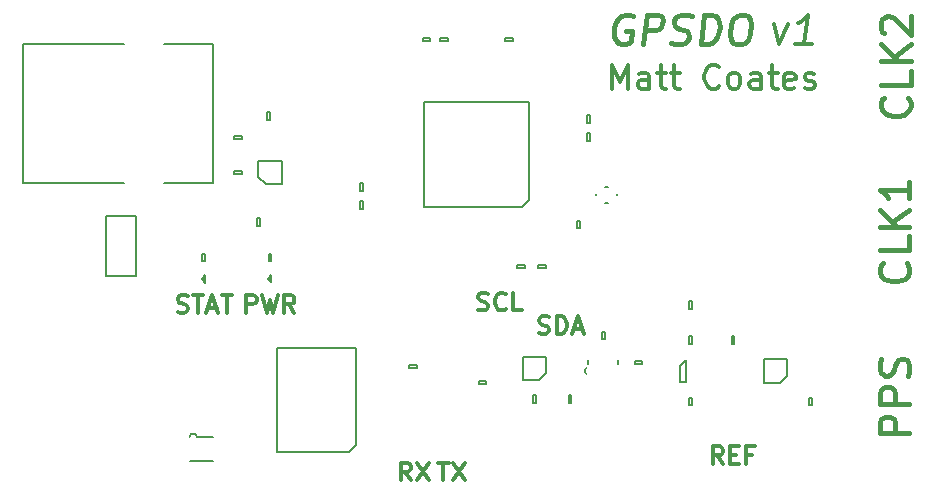
<source format=gto>
G04 #@! TF.GenerationSoftware,KiCad,Pcbnew,5.0.0-rc2-unknown-68f6e3a~65~ubuntu16.04.1*
G04 #@! TF.CreationDate,2018-06-12T13:32:27+01:00*
G04 #@! TF.ProjectId,gpsdo,677073646F2E6B696361645F70636200,rev?*
G04 #@! TF.SameCoordinates,Original*
G04 #@! TF.FileFunction,Legend,Top*
G04 #@! TF.FilePolarity,Positive*
%FSLAX46Y46*%
G04 Gerber Fmt 4.6, Leading zero omitted, Abs format (unit mm)*
G04 Created by KiCad (PCBNEW 5.0.0-rc2-unknown-68f6e3a~65~ubuntu16.04.1) date Tue Jun 12 13:32:27 2018*
%MOMM*%
%LPD*%
G01*
G04 APERTURE LIST*
%ADD10C,0.300000*%
%ADD11C,0.350000*%
%ADD12C,0.450000*%
%ADD13C,0.400000*%
%ADD14C,0.150000*%
%ADD15R,1.500000X0.300000*%
%ADD16R,0.300000X1.500000*%
%ADD17R,0.900000X0.750000*%
%ADD18R,0.620000X0.620000*%
%ADD19R,0.750000X0.900000*%
%ADD20R,1.000000X0.950000*%
%ADD21R,0.520000X0.520000*%
%ADD22R,0.950000X1.000000*%
%ADD23R,1.450000X0.450000*%
%ADD24R,1.100000X0.600000*%
%ADD25R,1.450000X0.300000*%
%ADD26R,1.800000X0.700000*%
%ADD27R,0.450000X1.450000*%
%ADD28R,0.470000X0.400000*%
%ADD29R,0.952000X1.702000*%
%ADD30C,0.787000*%
%ADD31C,1.000000*%
%ADD32R,5.000000X2.400000*%
%ADD33R,5.000000X2.300000*%
%ADD34C,1.500000*%
%ADD35C,3.200000*%
%ADD36R,0.950000X0.850000*%
%ADD37R,0.800000X1.000000*%
%ADD38R,1.900000X1.900000*%
%ADD39C,1.900000*%
G04 APERTURE END LIST*
D10*
X139778571Y-133607142D02*
X139992857Y-133678571D01*
X140350000Y-133678571D01*
X140492857Y-133607142D01*
X140564285Y-133535714D01*
X140635714Y-133392857D01*
X140635714Y-133250000D01*
X140564285Y-133107142D01*
X140492857Y-133035714D01*
X140350000Y-132964285D01*
X140064285Y-132892857D01*
X139921428Y-132821428D01*
X139850000Y-132750000D01*
X139778571Y-132607142D01*
X139778571Y-132464285D01*
X139850000Y-132321428D01*
X139921428Y-132250000D01*
X140064285Y-132178571D01*
X140421428Y-132178571D01*
X140635714Y-132250000D01*
X141278571Y-133678571D02*
X141278571Y-132178571D01*
X141635714Y-132178571D01*
X141850000Y-132250000D01*
X141992857Y-132392857D01*
X142064285Y-132535714D01*
X142135714Y-132821428D01*
X142135714Y-133035714D01*
X142064285Y-133321428D01*
X141992857Y-133464285D01*
X141850000Y-133607142D01*
X141635714Y-133678571D01*
X141278571Y-133678571D01*
X142707142Y-133250000D02*
X143421428Y-133250000D01*
X142564285Y-133678571D02*
X143064285Y-132178571D01*
X143564285Y-133678571D01*
X134614285Y-131607142D02*
X134828571Y-131678571D01*
X135185714Y-131678571D01*
X135328571Y-131607142D01*
X135400000Y-131535714D01*
X135471428Y-131392857D01*
X135471428Y-131250000D01*
X135400000Y-131107142D01*
X135328571Y-131035714D01*
X135185714Y-130964285D01*
X134900000Y-130892857D01*
X134757142Y-130821428D01*
X134685714Y-130750000D01*
X134614285Y-130607142D01*
X134614285Y-130464285D01*
X134685714Y-130321428D01*
X134757142Y-130250000D01*
X134900000Y-130178571D01*
X135257142Y-130178571D01*
X135471428Y-130250000D01*
X136971428Y-131535714D02*
X136900000Y-131607142D01*
X136685714Y-131678571D01*
X136542857Y-131678571D01*
X136328571Y-131607142D01*
X136185714Y-131464285D01*
X136114285Y-131321428D01*
X136042857Y-131035714D01*
X136042857Y-130821428D01*
X136114285Y-130535714D01*
X136185714Y-130392857D01*
X136328571Y-130250000D01*
X136542857Y-130178571D01*
X136685714Y-130178571D01*
X136900000Y-130250000D01*
X136971428Y-130321428D01*
X138328571Y-131678571D02*
X137614285Y-131678571D01*
X137614285Y-130178571D01*
X155342857Y-144678571D02*
X154842857Y-143964285D01*
X154485714Y-144678571D02*
X154485714Y-143178571D01*
X155057142Y-143178571D01*
X155200000Y-143250000D01*
X155271428Y-143321428D01*
X155342857Y-143464285D01*
X155342857Y-143678571D01*
X155271428Y-143821428D01*
X155200000Y-143892857D01*
X155057142Y-143964285D01*
X154485714Y-143964285D01*
X155985714Y-143892857D02*
X156485714Y-143892857D01*
X156700000Y-144678571D02*
X155985714Y-144678571D01*
X155985714Y-143178571D01*
X156700000Y-143178571D01*
X157842857Y-143892857D02*
X157342857Y-143892857D01*
X157342857Y-144678571D02*
X157342857Y-143178571D01*
X158057142Y-143178571D01*
X131257142Y-144578571D02*
X132114285Y-144578571D01*
X131685714Y-146078571D02*
X131685714Y-144578571D01*
X132471428Y-144578571D02*
X133471428Y-146078571D01*
X133471428Y-144578571D02*
X132471428Y-146078571D01*
X128950000Y-146078571D02*
X128450000Y-145364285D01*
X128092857Y-146078571D02*
X128092857Y-144578571D01*
X128664285Y-144578571D01*
X128807142Y-144650000D01*
X128878571Y-144721428D01*
X128950000Y-144864285D01*
X128950000Y-145078571D01*
X128878571Y-145221428D01*
X128807142Y-145292857D01*
X128664285Y-145364285D01*
X128092857Y-145364285D01*
X129450000Y-144578571D02*
X130450000Y-146078571D01*
X130450000Y-144578571D02*
X129450000Y-146078571D01*
X109185714Y-131807142D02*
X109400000Y-131878571D01*
X109757142Y-131878571D01*
X109900000Y-131807142D01*
X109971428Y-131735714D01*
X110042857Y-131592857D01*
X110042857Y-131450000D01*
X109971428Y-131307142D01*
X109900000Y-131235714D01*
X109757142Y-131164285D01*
X109471428Y-131092857D01*
X109328571Y-131021428D01*
X109257142Y-130950000D01*
X109185714Y-130807142D01*
X109185714Y-130664285D01*
X109257142Y-130521428D01*
X109328571Y-130450000D01*
X109471428Y-130378571D01*
X109828571Y-130378571D01*
X110042857Y-130450000D01*
X110471428Y-130378571D02*
X111328571Y-130378571D01*
X110900000Y-131878571D02*
X110900000Y-130378571D01*
X111757142Y-131450000D02*
X112471428Y-131450000D01*
X111614285Y-131878571D02*
X112114285Y-130378571D01*
X112614285Y-131878571D01*
X112900000Y-130378571D02*
X113757142Y-130378571D01*
X113328571Y-131878571D02*
X113328571Y-130378571D01*
X115000000Y-131878571D02*
X115000000Y-130378571D01*
X115571428Y-130378571D01*
X115714285Y-130450000D01*
X115785714Y-130521428D01*
X115857142Y-130664285D01*
X115857142Y-130878571D01*
X115785714Y-131021428D01*
X115714285Y-131092857D01*
X115571428Y-131164285D01*
X115000000Y-131164285D01*
X116357142Y-130378571D02*
X116714285Y-131878571D01*
X117000000Y-130807142D01*
X117285714Y-131878571D01*
X117642857Y-130378571D01*
X119071428Y-131878571D02*
X118571428Y-131164285D01*
X118214285Y-131878571D02*
X118214285Y-130378571D01*
X118785714Y-130378571D01*
X118928571Y-130450000D01*
X119000000Y-130521428D01*
X119071428Y-130664285D01*
X119071428Y-130878571D01*
X119000000Y-131021428D01*
X118928571Y-131092857D01*
X118785714Y-131164285D01*
X118214285Y-131164285D01*
D11*
X159674687Y-107464285D02*
X160061592Y-109130952D01*
X160865163Y-107464285D01*
X162918735Y-109130952D02*
X161490163Y-109130952D01*
X162204449Y-109130952D02*
X162516949Y-106630952D01*
X162234211Y-106988095D01*
X161966354Y-107226190D01*
X161713377Y-107345238D01*
X145976190Y-112904761D02*
X145976190Y-110904761D01*
X146642857Y-112333333D01*
X147309523Y-110904761D01*
X147309523Y-112904761D01*
X149119047Y-112904761D02*
X149119047Y-111857142D01*
X149023809Y-111666666D01*
X148833333Y-111571428D01*
X148452380Y-111571428D01*
X148261904Y-111666666D01*
X149119047Y-112809523D02*
X148928571Y-112904761D01*
X148452380Y-112904761D01*
X148261904Y-112809523D01*
X148166666Y-112619047D01*
X148166666Y-112428571D01*
X148261904Y-112238095D01*
X148452380Y-112142857D01*
X148928571Y-112142857D01*
X149119047Y-112047619D01*
X149785714Y-111571428D02*
X150547619Y-111571428D01*
X150071428Y-110904761D02*
X150071428Y-112619047D01*
X150166666Y-112809523D01*
X150357142Y-112904761D01*
X150547619Y-112904761D01*
X150928571Y-111571428D02*
X151690476Y-111571428D01*
X151214285Y-110904761D02*
X151214285Y-112619047D01*
X151309523Y-112809523D01*
X151500000Y-112904761D01*
X151690476Y-112904761D01*
X155023809Y-112714285D02*
X154928571Y-112809523D01*
X154642857Y-112904761D01*
X154452380Y-112904761D01*
X154166666Y-112809523D01*
X153976190Y-112619047D01*
X153880952Y-112428571D01*
X153785714Y-112047619D01*
X153785714Y-111761904D01*
X153880952Y-111380952D01*
X153976190Y-111190476D01*
X154166666Y-111000000D01*
X154452380Y-110904761D01*
X154642857Y-110904761D01*
X154928571Y-111000000D01*
X155023809Y-111095238D01*
X156166666Y-112904761D02*
X155976190Y-112809523D01*
X155880952Y-112714285D01*
X155785714Y-112523809D01*
X155785714Y-111952380D01*
X155880952Y-111761904D01*
X155976190Y-111666666D01*
X156166666Y-111571428D01*
X156452380Y-111571428D01*
X156642857Y-111666666D01*
X156738095Y-111761904D01*
X156833333Y-111952380D01*
X156833333Y-112523809D01*
X156738095Y-112714285D01*
X156642857Y-112809523D01*
X156452380Y-112904761D01*
X156166666Y-112904761D01*
X158547619Y-112904761D02*
X158547619Y-111857142D01*
X158452380Y-111666666D01*
X158261904Y-111571428D01*
X157880952Y-111571428D01*
X157690476Y-111666666D01*
X158547619Y-112809523D02*
X158357142Y-112904761D01*
X157880952Y-112904761D01*
X157690476Y-112809523D01*
X157595238Y-112619047D01*
X157595238Y-112428571D01*
X157690476Y-112238095D01*
X157880952Y-112142857D01*
X158357142Y-112142857D01*
X158547619Y-112047619D01*
X159214285Y-111571428D02*
X159976190Y-111571428D01*
X159500000Y-110904761D02*
X159500000Y-112619047D01*
X159595238Y-112809523D01*
X159785714Y-112904761D01*
X159976190Y-112904761D01*
X161404761Y-112809523D02*
X161214285Y-112904761D01*
X160833333Y-112904761D01*
X160642857Y-112809523D01*
X160547619Y-112619047D01*
X160547619Y-111857142D01*
X160642857Y-111666666D01*
X160833333Y-111571428D01*
X161214285Y-111571428D01*
X161404761Y-111666666D01*
X161500000Y-111857142D01*
X161500000Y-112047619D01*
X160547619Y-112238095D01*
X162261904Y-112809523D02*
X162452380Y-112904761D01*
X162833333Y-112904761D01*
X163023809Y-112809523D01*
X163119047Y-112619047D01*
X163119047Y-112523809D01*
X163023809Y-112333333D01*
X162833333Y-112238095D01*
X162547619Y-112238095D01*
X162357142Y-112142857D01*
X162261904Y-111952380D01*
X162261904Y-111857142D01*
X162357142Y-111666666D01*
X162547619Y-111571428D01*
X162833333Y-111571428D01*
X163023809Y-111666666D01*
D12*
X147696324Y-106750000D02*
X147473110Y-106630952D01*
X147115967Y-106630952D01*
X146743943Y-106750000D01*
X146476086Y-106988095D01*
X146327276Y-107226190D01*
X146148705Y-107702380D01*
X146104062Y-108059523D01*
X146163586Y-108535714D01*
X146252872Y-108773809D01*
X146461205Y-109011904D01*
X146803467Y-109130952D01*
X147041562Y-109130952D01*
X147413586Y-109011904D01*
X147547514Y-108892857D01*
X147651681Y-108059523D01*
X147175491Y-108059523D01*
X148589181Y-109130952D02*
X148901681Y-106630952D01*
X149854062Y-106630952D01*
X150077276Y-106750000D01*
X150181443Y-106869047D01*
X150270729Y-107107142D01*
X150226086Y-107464285D01*
X150077276Y-107702380D01*
X149943348Y-107821428D01*
X149690372Y-107940476D01*
X148737991Y-107940476D01*
X150985014Y-109011904D02*
X151327276Y-109130952D01*
X151922514Y-109130952D01*
X152175491Y-109011904D01*
X152309419Y-108892857D01*
X152458229Y-108654761D01*
X152487991Y-108416666D01*
X152398705Y-108178571D01*
X152294538Y-108059523D01*
X152071324Y-107940476D01*
X151610014Y-107821428D01*
X151386800Y-107702380D01*
X151282633Y-107583333D01*
X151193348Y-107345238D01*
X151223110Y-107107142D01*
X151371919Y-106869047D01*
X151505848Y-106750000D01*
X151758824Y-106630952D01*
X152354062Y-106630952D01*
X152696324Y-106750000D01*
X153470133Y-109130952D02*
X153782633Y-106630952D01*
X154377872Y-106630952D01*
X154720133Y-106750000D01*
X154928467Y-106988095D01*
X155017752Y-107226190D01*
X155077276Y-107702380D01*
X155032633Y-108059523D01*
X154854062Y-108535714D01*
X154705252Y-108773809D01*
X154437395Y-109011904D01*
X154065372Y-109130952D01*
X153470133Y-109130952D01*
X156758824Y-106630952D02*
X157235014Y-106630952D01*
X157458229Y-106750000D01*
X157666562Y-106988095D01*
X157726086Y-107464285D01*
X157621919Y-108297619D01*
X157443348Y-108773809D01*
X157175491Y-109011904D01*
X156922514Y-109130952D01*
X156446324Y-109130952D01*
X156223110Y-109011904D01*
X156014776Y-108773809D01*
X155955252Y-108297619D01*
X156059419Y-107464285D01*
X156237991Y-106988095D01*
X156505848Y-106750000D01*
X156758824Y-106630952D01*
D13*
X171130952Y-142095238D02*
X168630952Y-142095238D01*
X168630952Y-141142857D01*
X168750000Y-140904761D01*
X168869047Y-140785714D01*
X169107142Y-140666666D01*
X169464285Y-140666666D01*
X169702380Y-140785714D01*
X169821428Y-140904761D01*
X169940476Y-141142857D01*
X169940476Y-142095238D01*
X171130952Y-139595238D02*
X168630952Y-139595238D01*
X168630952Y-138642857D01*
X168750000Y-138404761D01*
X168869047Y-138285714D01*
X169107142Y-138166666D01*
X169464285Y-138166666D01*
X169702380Y-138285714D01*
X169821428Y-138404761D01*
X169940476Y-138642857D01*
X169940476Y-139595238D01*
X171011904Y-137214285D02*
X171130952Y-136857142D01*
X171130952Y-136261904D01*
X171011904Y-136023809D01*
X170892857Y-135904761D01*
X170654761Y-135785714D01*
X170416666Y-135785714D01*
X170178571Y-135904761D01*
X170059523Y-136023809D01*
X169940476Y-136261904D01*
X169821428Y-136738095D01*
X169702380Y-136976190D01*
X169583333Y-137095238D01*
X169345238Y-137214285D01*
X169107142Y-137214285D01*
X168869047Y-137095238D01*
X168750000Y-136976190D01*
X168630952Y-136738095D01*
X168630952Y-136142857D01*
X168750000Y-135785714D01*
X170892857Y-127678571D02*
X171011904Y-127797619D01*
X171130952Y-128154761D01*
X171130952Y-128392857D01*
X171011904Y-128750000D01*
X170773809Y-128988095D01*
X170535714Y-129107142D01*
X170059523Y-129226190D01*
X169702380Y-129226190D01*
X169226190Y-129107142D01*
X168988095Y-128988095D01*
X168750000Y-128750000D01*
X168630952Y-128392857D01*
X168630952Y-128154761D01*
X168750000Y-127797619D01*
X168869047Y-127678571D01*
X171130952Y-125416666D02*
X171130952Y-126607142D01*
X168630952Y-126607142D01*
X171130952Y-124583333D02*
X168630952Y-124583333D01*
X171130952Y-123154761D02*
X169702380Y-124226190D01*
X168630952Y-123154761D02*
X170059523Y-124583333D01*
X171130952Y-120773809D02*
X171130952Y-122202380D01*
X171130952Y-121488095D02*
X168630952Y-121488095D01*
X168988095Y-121726190D01*
X169226190Y-121964285D01*
X169345238Y-122202380D01*
X170992857Y-113678571D02*
X171111904Y-113797619D01*
X171230952Y-114154761D01*
X171230952Y-114392857D01*
X171111904Y-114750000D01*
X170873809Y-114988095D01*
X170635714Y-115107142D01*
X170159523Y-115226190D01*
X169802380Y-115226190D01*
X169326190Y-115107142D01*
X169088095Y-114988095D01*
X168850000Y-114750000D01*
X168730952Y-114392857D01*
X168730952Y-114154761D01*
X168850000Y-113797619D01*
X168969047Y-113678571D01*
X171230952Y-111416666D02*
X171230952Y-112607142D01*
X168730952Y-112607142D01*
X171230952Y-110583333D02*
X168730952Y-110583333D01*
X171230952Y-109154761D02*
X169802380Y-110226190D01*
X168730952Y-109154761D02*
X170159523Y-110583333D01*
X168969047Y-108202380D02*
X168850000Y-108083333D01*
X168730952Y-107845238D01*
X168730952Y-107250000D01*
X168850000Y-107011904D01*
X168969047Y-106892857D01*
X169207142Y-106773809D01*
X169445238Y-106773809D01*
X169802380Y-106892857D01*
X171230952Y-108321428D01*
X171230952Y-106773809D01*
D14*
G04 #@! TO.C,IC2*
X138350000Y-122950000D02*
X130050000Y-122950000D01*
X130050000Y-122950000D02*
X130050000Y-114050000D01*
X130050000Y-114050000D02*
X138950000Y-114050000D01*
X138950000Y-114050000D02*
X138950000Y-122350000D01*
X138950000Y-122350000D02*
X138350000Y-122950000D01*
G04 #@! TO.C,C1*
X135325000Y-137675000D02*
X135325000Y-137925000D01*
X135325000Y-137925000D02*
X134675000Y-137925000D01*
X134675000Y-137925000D02*
X134675000Y-137675000D01*
X134675000Y-137675000D02*
X135325000Y-137675000D01*
G04 #@! TO.C,C4*
X138575000Y-128075000D02*
X137925000Y-128075000D01*
X138575000Y-127825000D02*
X138575000Y-128075000D01*
X137925000Y-127825000D02*
X138575000Y-127825000D01*
X137925000Y-128075000D02*
X137925000Y-127825000D01*
G04 #@! TO.C,C6*
X143225000Y-124725000D02*
X142975000Y-124725000D01*
X142975000Y-124725000D02*
X142975000Y-124075000D01*
X142975000Y-124075000D02*
X143225000Y-124075000D01*
X143225000Y-124075000D02*
X143225000Y-124725000D01*
G04 #@! TO.C,C7*
X131425000Y-108625000D02*
X132075000Y-108625000D01*
X131425000Y-108875000D02*
X131425000Y-108625000D01*
X132075000Y-108875000D02*
X131425000Y-108875000D01*
X132075000Y-108625000D02*
X132075000Y-108875000D01*
G04 #@! TO.C,C8*
X124875000Y-121575000D02*
X124625000Y-121575000D01*
X124625000Y-121575000D02*
X124625000Y-120925000D01*
X124625000Y-120925000D02*
X124875000Y-120925000D01*
X124875000Y-120925000D02*
X124875000Y-121575000D01*
G04 #@! TO.C,C9*
X144125000Y-116675000D02*
X144125000Y-117325000D01*
X143875000Y-116675000D02*
X144125000Y-116675000D01*
X143875000Y-117325000D02*
X143875000Y-116675000D01*
X144125000Y-117325000D02*
X143875000Y-117325000D01*
G04 #@! TO.C,C10*
X139525000Y-138875000D02*
X139525000Y-139525000D01*
X139275000Y-138875000D02*
X139525000Y-138875000D01*
X139275000Y-139525000D02*
X139275000Y-138875000D01*
X139525000Y-139525000D02*
X139275000Y-139525000D01*
G04 #@! TO.C,C11*
X136925000Y-108625000D02*
X137575000Y-108625000D01*
X136925000Y-108875000D02*
X136925000Y-108625000D01*
X137575000Y-108875000D02*
X136925000Y-108875000D01*
X137575000Y-108625000D02*
X137575000Y-108875000D01*
G04 #@! TO.C,C12*
X142275000Y-138875000D02*
X142525000Y-138875000D01*
X142525000Y-138875000D02*
X142525000Y-139525000D01*
X142525000Y-139525000D02*
X142275000Y-139525000D01*
X142275000Y-139525000D02*
X142275000Y-138875000D01*
G04 #@! TO.C,C13*
X130575000Y-108625000D02*
X130575000Y-108875000D01*
X130575000Y-108875000D02*
X129925000Y-108875000D01*
X129925000Y-108875000D02*
X129925000Y-108625000D01*
X129925000Y-108625000D02*
X130575000Y-108625000D01*
G04 #@! TO.C,C14*
X145325000Y-133475000D02*
X145325000Y-134125000D01*
X145075000Y-133475000D02*
X145325000Y-133475000D01*
X145075000Y-134125000D02*
X145075000Y-133475000D01*
X145325000Y-134125000D02*
X145075000Y-134125000D01*
G04 #@! TO.C,C15*
X124625000Y-122425000D02*
X124875000Y-122425000D01*
X124875000Y-122425000D02*
X124875000Y-123075000D01*
X124875000Y-123075000D02*
X124625000Y-123075000D01*
X124625000Y-123075000D02*
X124625000Y-122425000D01*
G04 #@! TO.C,C16*
X139675000Y-128125000D02*
X139675000Y-127875000D01*
X139675000Y-127875000D02*
X140325000Y-127875000D01*
X140325000Y-127875000D02*
X140325000Y-128125000D01*
X140325000Y-128125000D02*
X139675000Y-128125000D01*
G04 #@! TO.C,C17*
X143875000Y-115825000D02*
X143875000Y-115175000D01*
X144125000Y-115825000D02*
X143875000Y-115825000D01*
X144125000Y-115175000D02*
X144125000Y-115825000D01*
X143875000Y-115175000D02*
X144125000Y-115175000D01*
G04 #@! TO.C,C18*
X152475000Y-134525000D02*
X152475000Y-133875000D01*
X152725000Y-134525000D02*
X152475000Y-134525000D01*
X152725000Y-133875000D02*
X152725000Y-134525000D01*
X152475000Y-133875000D02*
X152725000Y-133875000D01*
G04 #@! TO.C,C19*
X147875000Y-136225000D02*
X147875000Y-135975000D01*
X147875000Y-135975000D02*
X148525000Y-135975000D01*
X148525000Y-135975000D02*
X148525000Y-136225000D01*
X148525000Y-136225000D02*
X147875000Y-136225000D01*
G04 #@! TO.C,C20*
X162925000Y-139075000D02*
X162925000Y-139725000D01*
X162675000Y-139075000D02*
X162925000Y-139075000D01*
X162675000Y-139725000D02*
X162675000Y-139075000D01*
X162925000Y-139725000D02*
X162675000Y-139725000D01*
G04 #@! TO.C,C21*
X129425000Y-136275000D02*
X129425000Y-136525000D01*
X129425000Y-136525000D02*
X128775000Y-136525000D01*
X128775000Y-136525000D02*
X128775000Y-136275000D01*
X128775000Y-136275000D02*
X129425000Y-136275000D01*
G04 #@! TO.C,C23*
X113975000Y-117175000D02*
X113975000Y-116925000D01*
X113975000Y-116925000D02*
X114625000Y-116925000D01*
X114625000Y-116925000D02*
X114625000Y-117175000D01*
X114625000Y-117175000D02*
X113975000Y-117175000D01*
G04 #@! TO.C,C24*
X114625000Y-120125000D02*
X113975000Y-120125000D01*
X114625000Y-119875000D02*
X114625000Y-120125000D01*
X113975000Y-119875000D02*
X114625000Y-119875000D01*
X113975000Y-120125000D02*
X113975000Y-119875000D01*
G04 #@! TO.C,C25*
X116125000Y-124525000D02*
X115875000Y-124525000D01*
X115875000Y-124525000D02*
X115875000Y-123875000D01*
X115875000Y-123875000D02*
X116125000Y-123875000D01*
X116125000Y-123875000D02*
X116125000Y-124525000D01*
G04 #@! TO.C,D5*
X111275000Y-129000000D02*
X111525000Y-128675000D01*
X111275000Y-129000000D02*
X111525000Y-129325000D01*
X111525000Y-128675000D02*
X111525000Y-129325000D01*
G04 #@! TO.C,D6*
X117067500Y-128667143D02*
X117067500Y-129317143D01*
X116817500Y-128992143D02*
X117067500Y-129317143D01*
X116817500Y-128992143D02*
X117067500Y-128667143D01*
G04 #@! TO.C,IC1*
X140375000Y-136975000D02*
X139775000Y-137575000D01*
X140375000Y-135625000D02*
X140375000Y-136975000D01*
X138425000Y-135625000D02*
X140375000Y-135625000D01*
X138425000Y-137575000D02*
X138425000Y-135625000D01*
X139775000Y-137575000D02*
X138425000Y-137575000D01*
G04 #@! TO.C,IC3*
X152250000Y-135850000D02*
X152250000Y-135850000D01*
X152250000Y-135850000D02*
X152250000Y-137750000D01*
X152250000Y-137750000D02*
X151750000Y-137750000D01*
X151750000Y-137750000D02*
X151750000Y-136350000D01*
X151750000Y-136350000D02*
X152250000Y-135850000D01*
G04 #@! TO.C,IC4*
X160175000Y-137800000D02*
X158825000Y-137800000D01*
X158825000Y-137800000D02*
X158825000Y-135800000D01*
X158825000Y-135800000D02*
X160775000Y-135800000D01*
X160775000Y-135800000D02*
X160775000Y-137200000D01*
X160775000Y-137200000D02*
X160175000Y-137800000D01*
G04 #@! TO.C,IC5*
X123650000Y-143700000D02*
X117550000Y-143700000D01*
X117550000Y-143700000D02*
X117550000Y-134900000D01*
X117550000Y-134900000D02*
X124250000Y-134900000D01*
X124250000Y-134900000D02*
X124250000Y-143100000D01*
X124250000Y-143100000D02*
X123650000Y-143700000D01*
G04 #@! TO.C,IC6*
X116025000Y-120375000D02*
X116025000Y-119025000D01*
X116025000Y-119025000D02*
X117975000Y-119025000D01*
X117975000Y-119025000D02*
X117975000Y-120975000D01*
X117975000Y-120975000D02*
X116625000Y-120975000D01*
X116625000Y-120975000D02*
X116025000Y-120375000D01*
G04 #@! TO.C,IC7*
X110800000Y-142400000D02*
X112200000Y-142400000D01*
X110200000Y-144400000D02*
X112200000Y-144400000D01*
X110800000Y-142400000D02*
G75*
G03X110200000Y-142400000I-300000J0D01*
G01*
G04 #@! TO.C,P6*
X112200000Y-109100000D02*
X108000000Y-109100000D01*
X108000000Y-109100000D02*
X108000000Y-109100000D01*
X104600000Y-109100000D02*
X96100000Y-109100000D01*
X96100000Y-109100000D02*
X96100000Y-120900000D01*
X96100000Y-120900000D02*
X104600000Y-120900000D01*
X104600000Y-120900000D02*
X104600000Y-120900000D01*
X108000000Y-120900000D02*
X112200000Y-120900000D01*
X112200000Y-120900000D02*
X112200000Y-109100000D01*
X112200000Y-109100000D02*
X112200000Y-109100000D01*
G04 #@! TO.C,R2*
X152475000Y-130875000D02*
X152725000Y-130875000D01*
X152725000Y-130875000D02*
X152725000Y-131525000D01*
X152725000Y-131525000D02*
X152475000Y-131525000D01*
X152475000Y-131525000D02*
X152475000Y-130875000D01*
G04 #@! TO.C,R3*
X152725000Y-139725000D02*
X152475000Y-139725000D01*
X152475000Y-139725000D02*
X152475000Y-139075000D01*
X152475000Y-139075000D02*
X152725000Y-139075000D01*
X152725000Y-139075000D02*
X152725000Y-139725000D01*
G04 #@! TO.C,R4*
X156325000Y-133875000D02*
X156325000Y-134525000D01*
X156075000Y-133875000D02*
X156325000Y-133875000D01*
X156075000Y-134525000D02*
X156075000Y-133875000D01*
X156325000Y-134525000D02*
X156075000Y-134525000D01*
G04 #@! TO.C,R7*
X111275000Y-127525000D02*
X111275000Y-126875000D01*
X111525000Y-127525000D02*
X111275000Y-127525000D01*
X111525000Y-126875000D02*
X111525000Y-127525000D01*
X111275000Y-126875000D02*
X111525000Y-126875000D01*
G04 #@! TO.C,R8*
X116875000Y-126875000D02*
X117125000Y-126875000D01*
X117125000Y-126875000D02*
X117125000Y-127525000D01*
X117125000Y-127525000D02*
X116875000Y-127525000D01*
X116875000Y-127525000D02*
X116875000Y-126875000D01*
G04 #@! TO.C,R9*
X116775000Y-115525000D02*
X116775000Y-114875000D01*
X117025000Y-115525000D02*
X116775000Y-115525000D01*
X117025000Y-114875000D02*
X117025000Y-115525000D01*
X116775000Y-114875000D02*
X117025000Y-114875000D01*
G04 #@! TO.C,Y1*
X146400000Y-121950000D02*
X146400000Y-121850000D01*
X145350000Y-122600000D02*
X145650000Y-122600000D01*
X144600000Y-121950000D02*
X144600000Y-121850000D01*
X145350000Y-121200000D02*
X145650000Y-121200000D01*
G04 #@! TO.C,Y2*
X143950000Y-136500000D02*
X143950000Y-135100000D01*
X146450000Y-137100000D02*
X146450000Y-135100000D01*
X143950000Y-136500000D02*
G75*
G03X143950000Y-137100000I0J-300000D01*
G01*
G04 #@! TO.C,J1*
X103130000Y-128740000D02*
X103130000Y-123660000D01*
X103130000Y-123660000D02*
X105670000Y-123660000D01*
X105670000Y-123660000D02*
X105670000Y-128740000D01*
X105670000Y-128740000D02*
X103130000Y-128740000D01*
G04 #@! TD*
%LPC*%
G36*
X180000000Y-100000000D02*
X180000000Y-102000000D01*
X100000000Y-102000000D01*
X100000000Y-100000000D01*
X180000000Y-100000000D01*
G37*
X180000000Y-100000000D02*
X180000000Y-102000000D01*
X100000000Y-102000000D01*
X100000000Y-100000000D01*
X180000000Y-100000000D01*
G36*
X180000000Y-150000000D02*
X180000000Y-148000000D01*
X100000000Y-148000000D01*
X100000000Y-150000000D01*
X180000000Y-150000000D01*
G37*
X180000000Y-150000000D02*
X180000000Y-148000000D01*
X100000000Y-148000000D01*
X100000000Y-150000000D01*
X180000000Y-150000000D01*
D15*
G04 #@! TO.C,IC2*
X140200000Y-122250000D03*
X140200000Y-121750000D03*
X140200000Y-121250000D03*
X140200000Y-120750000D03*
X140200000Y-120250000D03*
X140200000Y-119750000D03*
X140200000Y-119250000D03*
X140200000Y-118750000D03*
X140200000Y-118250000D03*
X140200000Y-117750000D03*
X140200000Y-117250000D03*
X140200000Y-116750000D03*
X140200000Y-116250000D03*
X140200000Y-115750000D03*
X140200000Y-115250000D03*
X140200000Y-114750000D03*
D16*
X138250000Y-112800000D03*
X137750000Y-112800000D03*
X137250000Y-112800000D03*
X136750000Y-112800000D03*
X136250000Y-112800000D03*
X135750000Y-112800000D03*
X135250000Y-112800000D03*
X134750000Y-112800000D03*
X134250000Y-112800000D03*
X133750000Y-112800000D03*
X133250000Y-112800000D03*
X132750000Y-112800000D03*
X132250000Y-112800000D03*
X131750000Y-112800000D03*
X131250000Y-112800000D03*
X130750000Y-112800000D03*
D15*
X128800000Y-114750000D03*
X128800000Y-115250000D03*
X128800000Y-115750000D03*
X128800000Y-116250000D03*
X128800000Y-116750000D03*
X128800000Y-117250000D03*
X128800000Y-117750000D03*
X128800000Y-118250000D03*
X128800000Y-118750000D03*
X128800000Y-119250000D03*
X128800000Y-119750000D03*
X128800000Y-120250000D03*
X128800000Y-120750000D03*
X128800000Y-121250000D03*
X128800000Y-121750000D03*
X128800000Y-122250000D03*
D16*
X130750000Y-124200000D03*
X131250000Y-124200000D03*
X131750000Y-124200000D03*
X132250000Y-124200000D03*
X132750000Y-124200000D03*
X133250000Y-124200000D03*
X133750000Y-124200000D03*
X134250000Y-124200000D03*
X134750000Y-124200000D03*
X135250000Y-124200000D03*
X135750000Y-124200000D03*
X136250000Y-124200000D03*
X136750000Y-124200000D03*
X137250000Y-124200000D03*
X137750000Y-124200000D03*
X138250000Y-124200000D03*
G04 #@! TD*
D17*
G04 #@! TO.C,C1*
X135000000Y-137100000D03*
X135000000Y-138500000D03*
G04 #@! TD*
D18*
G04 #@! TO.C,C2*
X144450000Y-118500000D03*
X143550000Y-118500000D03*
G04 #@! TD*
G04 #@! TO.C,C3*
X143100000Y-122350000D03*
X143100000Y-121450000D03*
G04 #@! TD*
D17*
G04 #@! TO.C,C4*
X138250000Y-127250000D03*
X138250000Y-128650000D03*
G04 #@! TD*
D18*
G04 #@! TO.C,C5*
X147900000Y-121450000D03*
X147900000Y-122350000D03*
G04 #@! TD*
D19*
G04 #@! TO.C,C6*
X143800000Y-124400000D03*
X142400000Y-124400000D03*
G04 #@! TD*
D17*
G04 #@! TO.C,C7*
X131750000Y-109450000D03*
X131750000Y-108050000D03*
G04 #@! TD*
D19*
G04 #@! TO.C,C8*
X125450000Y-121250000D03*
X124050000Y-121250000D03*
G04 #@! TD*
G04 #@! TO.C,C9*
X143300000Y-117000000D03*
X144700000Y-117000000D03*
G04 #@! TD*
G04 #@! TO.C,C10*
X138700000Y-139200000D03*
X140100000Y-139200000D03*
G04 #@! TD*
D17*
G04 #@! TO.C,C11*
X137250000Y-109450000D03*
X137250000Y-108050000D03*
G04 #@! TD*
D19*
G04 #@! TO.C,C12*
X141700000Y-139200000D03*
X143100000Y-139200000D03*
G04 #@! TD*
D17*
G04 #@! TO.C,C13*
X130250000Y-108050000D03*
X130250000Y-109450000D03*
G04 #@! TD*
D19*
G04 #@! TO.C,C14*
X144500000Y-133800000D03*
X145900000Y-133800000D03*
G04 #@! TD*
G04 #@! TO.C,C15*
X124050000Y-122750000D03*
X125450000Y-122750000D03*
G04 #@! TD*
D20*
G04 #@! TO.C,C16*
X140000000Y-128800000D03*
X140000000Y-127200000D03*
G04 #@! TD*
D19*
G04 #@! TO.C,C17*
X144700000Y-115500000D03*
X143300000Y-115500000D03*
G04 #@! TD*
G04 #@! TO.C,C18*
X153300000Y-134200000D03*
X151900000Y-134200000D03*
G04 #@! TD*
D17*
G04 #@! TO.C,C19*
X148200000Y-136800000D03*
X148200000Y-135400000D03*
G04 #@! TD*
D19*
G04 #@! TO.C,C20*
X162100000Y-139400000D03*
X163500000Y-139400000D03*
G04 #@! TD*
D17*
G04 #@! TO.C,C21*
X129100000Y-135700000D03*
X129100000Y-137100000D03*
G04 #@! TD*
D18*
G04 #@! TO.C,C22*
X113600000Y-143650000D03*
X113600000Y-142750000D03*
G04 #@! TD*
D17*
G04 #@! TO.C,C23*
X114300000Y-117750000D03*
X114300000Y-116350000D03*
G04 #@! TD*
G04 #@! TO.C,C24*
X114300000Y-119300000D03*
X114300000Y-120700000D03*
G04 #@! TD*
D19*
G04 #@! TO.C,C25*
X116700000Y-124200000D03*
X115300000Y-124200000D03*
G04 #@! TD*
D18*
G04 #@! TO.C,C26*
X108850000Y-142600000D03*
X107950000Y-142600000D03*
G04 #@! TD*
G04 #@! TO.C,C27*
X109350000Y-139400000D03*
X110250000Y-139400000D03*
G04 #@! TD*
D21*
G04 #@! TO.C,D1*
X174800000Y-141200000D03*
X175600000Y-141200000D03*
G04 #@! TD*
G04 #@! TO.C,D2*
X175600000Y-127200000D03*
X174800000Y-127200000D03*
G04 #@! TD*
G04 #@! TO.C,D3*
X175400000Y-113200000D03*
X174600000Y-113200000D03*
G04 #@! TD*
G04 #@! TO.C,D4*
X104200000Y-133800000D03*
X105000000Y-133800000D03*
G04 #@! TD*
D22*
G04 #@! TO.C,D5*
X110600000Y-129000000D03*
X112200000Y-129000000D03*
G04 #@! TD*
G04 #@! TO.C,D6*
X117742500Y-128992143D03*
X116142500Y-128992143D03*
G04 #@! TD*
D23*
G04 #@! TO.C,IC1*
X137200000Y-137575000D03*
X137200000Y-136925000D03*
X137200000Y-136275000D03*
X137200000Y-135625000D03*
X141600000Y-135625000D03*
X141600000Y-136275000D03*
X141600000Y-136925000D03*
X141600000Y-137575000D03*
G04 #@! TD*
D24*
G04 #@! TO.C,IC3*
X150700000Y-135850000D03*
X150700000Y-136800000D03*
X150700000Y-137750000D03*
X153300000Y-137750000D03*
X153300000Y-135850000D03*
G04 #@! TD*
D25*
G04 #@! TO.C,IC4*
X162000000Y-137800000D03*
X162000000Y-137300000D03*
X162000000Y-136800000D03*
X162000000Y-136300000D03*
X162000000Y-135800000D03*
X157600000Y-135800000D03*
X157600000Y-136300000D03*
X157600000Y-136800000D03*
X157600000Y-137300000D03*
X157600000Y-137800000D03*
G04 #@! TD*
D26*
G04 #@! TO.C,IC5*
X125650000Y-143700000D03*
X125650000Y-142600000D03*
X125650000Y-141500000D03*
X125650000Y-140400000D03*
X125650000Y-139300000D03*
X125650000Y-138200000D03*
X125650000Y-137100000D03*
X125650000Y-136000000D03*
X125650000Y-134900000D03*
X116150000Y-134900000D03*
X116150000Y-136000000D03*
X116150000Y-137100000D03*
X116150000Y-138200000D03*
X116150000Y-139300000D03*
X116150000Y-140400000D03*
X116150000Y-141500000D03*
X116150000Y-142600000D03*
X116150000Y-143700000D03*
G04 #@! TD*
D27*
G04 #@! TO.C,IC6*
X116025000Y-122200000D03*
X116675000Y-122200000D03*
X117325000Y-122200000D03*
X117975000Y-122200000D03*
X117975000Y-117800000D03*
X117325000Y-117800000D03*
X116675000Y-117800000D03*
X116025000Y-117800000D03*
G04 #@! TD*
D28*
G04 #@! TO.C,IC7*
X110285000Y-142750000D03*
X110285000Y-143400000D03*
X110285000Y-144050000D03*
X112115000Y-144050000D03*
X112115000Y-143400000D03*
X112115000Y-142750000D03*
D29*
X111200000Y-143400000D03*
G04 #@! TD*
D30*
G04 #@! TO.C,P1*
X147770000Y-128770000D03*
X146500000Y-128770000D03*
X147770000Y-127500000D03*
X146500000Y-127500000D03*
X147770000Y-126230000D03*
X146500000Y-126230000D03*
D31*
X147135000Y-130040000D03*
X148151000Y-124960000D03*
X146119000Y-124960000D03*
G04 #@! TD*
D32*
G04 #@! TO.C,P2*
X175500000Y-143375000D03*
X175500000Y-134625000D03*
D33*
X175500000Y-139000000D03*
G04 #@! TD*
G04 #@! TO.C,P3*
X175500000Y-125000000D03*
D32*
X175500000Y-120625000D03*
X175500000Y-129375000D03*
G04 #@! TD*
G04 #@! TO.C,P4*
X175500000Y-115375000D03*
X175500000Y-106625000D03*
D33*
X175500000Y-111000000D03*
G04 #@! TD*
G04 #@! TO.C,P5*
X104500000Y-136000000D03*
D32*
X104500000Y-140375000D03*
X104500000Y-131625000D03*
G04 #@! TD*
D34*
G04 #@! TO.C,P6*
X111000000Y-116250000D03*
X111000000Y-113750000D03*
X109000000Y-113750000D03*
X109000000Y-116250000D03*
D35*
X106290000Y-121020000D03*
X106290000Y-108980000D03*
G04 #@! TD*
D18*
G04 #@! TO.C,R1*
X147850000Y-120000000D03*
X146950000Y-120000000D03*
G04 #@! TD*
D19*
G04 #@! TO.C,R2*
X151900000Y-131200000D03*
X153300000Y-131200000D03*
G04 #@! TD*
G04 #@! TO.C,R3*
X153300000Y-139400000D03*
X151900000Y-139400000D03*
G04 #@! TD*
G04 #@! TO.C,R4*
X155500000Y-134200000D03*
X156900000Y-134200000D03*
G04 #@! TD*
D18*
G04 #@! TO.C,R5*
X108800000Y-143950000D03*
X108800000Y-144850000D03*
G04 #@! TD*
D19*
G04 #@! TO.C,R7*
X112100000Y-127200000D03*
X110700000Y-127200000D03*
G04 #@! TD*
G04 #@! TO.C,R8*
X116300000Y-127200000D03*
X117700000Y-127200000D03*
G04 #@! TD*
G04 #@! TO.C,R9*
X117600000Y-115200000D03*
X116200000Y-115200000D03*
G04 #@! TD*
D31*
G04 #@! TO.C,TP1*
X142000000Y-130800000D03*
G04 #@! TD*
G04 #@! TO.C,TP2*
X136400000Y-133000000D03*
G04 #@! TD*
G04 #@! TO.C,TP3*
X132000000Y-143200000D03*
G04 #@! TD*
G04 #@! TO.C,TP4*
X129600000Y-143200000D03*
G04 #@! TD*
D36*
G04 #@! TO.C,Y1*
X144775000Y-122475000D03*
X146225000Y-122475000D03*
X146225000Y-121325000D03*
X144775000Y-121325000D03*
G04 #@! TD*
D37*
G04 #@! TO.C,Y2*
X144150000Y-136800000D03*
X146250000Y-136800000D03*
X146250000Y-135400000D03*
X144150000Y-135400000D03*
G04 #@! TD*
D31*
G04 #@! TO.C,TP5*
X156200000Y-141800000D03*
G04 #@! TD*
D18*
G04 #@! TO.C,R6*
X111650000Y-141000000D03*
X110750000Y-141000000D03*
G04 #@! TD*
G04 #@! TO.C,L1*
X111650000Y-139400000D03*
X111650000Y-138500000D03*
G04 #@! TD*
D38*
G04 #@! TO.C,J1*
X104400000Y-127470000D03*
D39*
X104400000Y-124930000D03*
G04 #@! TD*
M02*

</source>
